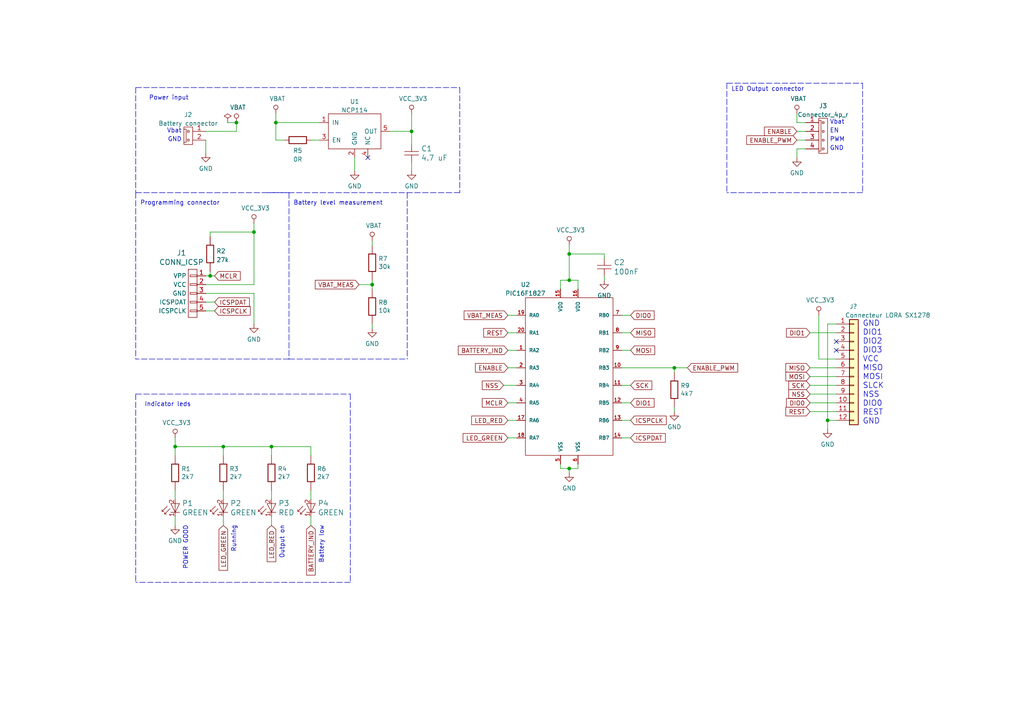
<source format=kicad_sch>
(kicad_sch (version 20211123) (generator eeschema)
  (paper "A4")
  (title_block (title "Lampe Solaire petite") (date "2020-09-26") (rev "r10") (company "ESN") (comment 1 "Esseiva Nicolas") (comment 2 "Lampe solaire commandée par un récepteur RF"))
  (lib_symbols
    (symbol "0ESN_Lib:Connector_2p" (pin_names (offset 1.016) hide)
      (property "Reference" "J" (at 0 3.81 0))
      (property "Value" "Connector_2p" (at -2.54 0 90))
      (symbol "Connector_2p_0_1"
        (rectangle (start -1.27 2.54) (end 1.27 -2.54))
        (polyline (pts (xy -0.635 1.905) (xy -1.27 1.905)) (stroke (width 0.1524)))
        (polyline (pts (xy -1.27 -1.905) (xy -0.635 -1.905) (xy -0.635 1.905)) (stroke (width 0.1524)))
        (rectangle (start 0.254 -1.016) (end -0.254 -1.524) (stroke (width 0.1524)))
        (rectangle (start 0.254 1.524) (end -0.254 1.016) (stroke (width 0.1524)))
      )
      (symbol "Connector_2p_1_1"
        (pin passive line (at 5.08 1.27 180) (length 3.81) (name "P1") (number "1"))
        (pin passive line (at 5.08 -1.27 180) (length 3.81) (name "P2") (number "2"))
      )
    )
    (symbol "0ESN_Lib:Connector_4p_r" (pin_names (offset 1.016) hide)
      (property "Reference" "J" (at 0 6.35 0))
      (property "Value" "Connector_4p_r" (at -2.54 2.54 90))
      (symbol "Connector_4p_r_0_1"
        (rectangle (start -1.27 5.08) (end 1.27 -5.08))
        (polyline (pts (xy -0.635 4.445) (xy -1.27 4.445)) (stroke (width 0.1524)))
        (polyline (pts (xy -1.27 -4.445) (xy -0.635 -4.445) (xy -0.635 4.445)) (stroke (width 0.1524)))
        (rectangle (start 0.254 -3.556) (end -0.254 -4.064) (stroke (width 0.1524)))
        (rectangle (start 0.254 -1.016) (end -0.254 -1.524) (stroke (width 0.1524)))
        (rectangle (start 0.254 1.524) (end -0.254 1.016) (stroke (width 0.1524)))
        (rectangle (start 0.254 4.064) (end -0.254 3.556) (stroke (width 0.1524)))
      )
      (symbol "Connector_4p_r_1_1"
        (pin passive line (at -5.08 3.81 0) (length 3.81) (name "P1") (number "1"))
        (pin passive line (at -5.08 1.27 0) (length 3.81) (name "P2") (number "2"))
        (pin passive line (at -5.08 -1.27 0) (length 3.81) (name "P3") (number "3"))
        (pin passive line (at -5.08 -3.81 0) (length 3.81) (name "P4") (number "4"))
      )
    )
    (symbol "0ESN_Lib:NCP114" (pin_names (offset 1.016))
      (property "Reference" "U" (at 5.08 8.89 0))
      (property "Value" "NCP114" (at 5.08 6.35 0))
      (symbol "NCP114_0_1"
        (rectangle (start -7.62 5.08) (end 7.62 -5.08))
      )
      (symbol "NCP114_1_1"
        (pin power_in line (at -10.16 2.54 0) (length 2.54) (name "IN") (number "1"))
        (pin power_in line (at 0 -7.62 90) (length 2.54) (name "GND") (number "2"))
        (pin input line (at -10.16 -2.54 0) (length 2.54) (name "EN") (number "3"))
        (pin passive line (at 3.81 -7.62 90) (length 2.54) (name "NC") (number "4"))
        (pin power_out line (at 10.16 0 180) (length 2.54) (name "OUT") (number "5"))
      )
    )
    (symbol "Connector_Generic:Conn_01x12" (pin_names (offset 1.016) hide)
      (property "Reference" "J" (at 0 15.24 0))
      (property "Value" "Conn_01x12" (at 0 -17.78 0))
      (symbol "Conn_01x12_1_1"
        (rectangle (start -1.27 -15.113) (end 0 -15.367) (stroke (width 0.1524)))
        (rectangle (start -1.27 -12.573) (end 0 -12.827) (stroke (width 0.1524)))
        (rectangle (start -1.27 -10.033) (end 0 -10.287) (stroke (width 0.1524)))
        (rectangle (start -1.27 -7.493) (end 0 -7.747) (stroke (width 0.1524)))
        (rectangle (start -1.27 -4.953) (end 0 -5.207) (stroke (width 0.1524)))
        (rectangle (start -1.27 -2.413) (end 0 -2.667) (stroke (width 0.1524)))
        (rectangle (start -1.27 0.127) (end 0 -0.127) (stroke (width 0.1524)))
        (rectangle (start -1.27 2.667) (end 0 2.413) (stroke (width 0.1524)))
        (rectangle (start -1.27 5.207) (end 0 4.953) (stroke (width 0.1524)))
        (rectangle (start -1.27 7.747) (end 0 7.493) (stroke (width 0.1524)))
        (rectangle (start -1.27 10.287) (end 0 10.033) (stroke (width 0.1524)))
        (rectangle (start -1.27 12.827) (end 0 12.573) (stroke (width 0.1524)))
        (rectangle (start -1.27 13.97) (end 1.27 -16.51) (stroke (width 0.254)) (fill (type background)))
        (pin passive line (at -5.08 12.7 0) (length 3.81) (name "Pin_1") (number "1"))
        (pin passive line (at -5.08 -10.16 0) (length 3.81) (name "Pin_10") (number "10"))
        (pin passive line (at -5.08 -12.7 0) (length 3.81) (name "Pin_11") (number "11"))
        (pin passive line (at -5.08 -15.24 0) (length 3.81) (name "Pin_12") (number "12"))
        (pin passive line (at -5.08 10.16 0) (length 3.81) (name "Pin_2") (number "2"))
        (pin passive line (at -5.08 7.62 0) (length 3.81) (name "Pin_3") (number "3"))
        (pin passive line (at -5.08 5.08 0) (length 3.81) (name "Pin_4") (number "4"))
        (pin passive line (at -5.08 2.54 0) (length 3.81) (name "Pin_5") (number "5"))
        (pin passive line (at -5.08 0 0) (length 3.81) (name "Pin_6") (number "6"))
        (pin passive line (at -5.08 -2.54 0) (length 3.81) (name "Pin_7") (number "7"))
        (pin passive line (at -5.08 -5.08 0) (length 3.81) (name "Pin_8") (number "8"))
        (pin passive line (at -5.08 -7.62 0) (length 3.81) (name "Pin_9") (number "9"))
      )
    )
    (symbol "Device:R" (pin_numbers hide) (pin_names (offset 0))
      (property "Reference" "R" (at 2.032 0 90))
      (property "Value" "R" (at 0 0 90))
      (symbol "R_0_1"
        (rectangle (start -1.016 -2.54) (end 1.016 2.54) (stroke (width 0.254)))
      )
      (symbol "R_1_1"
        (pin passive line (at 0 3.81 270) (length 1.27) (name "~") (number "1"))
        (pin passive line (at 0 -3.81 90) (length 1.27) (name "~") (number "2"))
      )
    )
    (symbol "LampeSolaire2-rescue:CAPA-0EsseivaN_Lib" (pin_numbers hide) (pin_names (offset 1.016) hide)
      (property "Reference" "C" (at 0 3.81 0))
      (property "Value" "CAPA-0EsseivaN_Lib" (at 0 -3.81 0))
      (symbol "CAPA-0EsseivaN_Lib_0_1"
        (polyline (pts (xy -0.508 0) (xy -1.27 0)))
        (polyline (pts (xy -0.508 2.032) (xy -0.508 -2.032)))
        (polyline (pts (xy 0.508 0) (xy 1.27 0)))
        (polyline (pts (xy 0.508 2.032) (xy 0.508 -2.032)))
      )
      (symbol "CAPA-0EsseivaN_Lib_1_1"
        (pin passive line (at -2.54 0 0) (length 1.27) (name "~") (number "1"))
        (pin passive line (at 2.54 0 180) (length 1.27) (name "~") (number "2"))
      )
    )
    (symbol "LampeSolaire2-rescue:CONN_ICSP-0EsseivaN_Lib" (pin_names (offset 3.048))
      (property "Reference" "X" (at 3.81 15.24 0))
      (property "Value" "CONN_ICSP-0EsseivaN_Lib" (at 3.81 12.7 0))
      (symbol "CONN_ICSP-0EsseivaN_Lib_0_0"
        (rectangle (start 5.08 -1.016) (end 3.048 -1.524))
        (rectangle (start 5.08 1.524) (end 3.048 1.016))
        (rectangle (start 5.08 4.064) (end 3.048 3.556))
        (rectangle (start 5.08 6.604) (end 3.048 6.096))
        (rectangle (start 5.08 9.144) (end 3.048 8.636))
        (rectangle (start 5.08 10.795) (end 2.54 -3.175))
      )
      (symbol "CONN_ICSP-0EsseivaN_Lib_1_1"
        (pin output line (at 7.62 8.89 180) (length 2.54) (name "VPP") (number "1"))
        (pin power_out line (at 7.62 6.35 180) (length 2.54) (name "VCC") (number "2"))
        (pin power_out line (at 7.62 3.81 180) (length 2.54) (name "GND") (number "3"))
        (pin bidirectional line (at 7.62 1.27 180) (length 2.54) (name "ICSPDAT") (number "4"))
        (pin bidirectional line (at 7.62 -1.27 180) (length 2.54) (name "ICSPCLK") (number "5"))
      )
    )
    (symbol "LampeSolaire2-rescue:LED-0EsseivaN_Lib" (pin_names (offset 0) hide)
      (property "Reference" "P" (at -1.016 5.842 0))
      (property "Value" "LED-0EsseivaN_Lib" (at -1.27 3.81 0))
      (symbol "LED-0EsseivaN_Lib_0_0"
        (polyline (pts (xy -1.27 0) (xy 1.27 0)))
        (polyline (pts (xy -0.508 -2.286) (xy 1.016 -3.81)))
        (polyline (pts (xy 0.254 -1.524) (xy 1.778 -3.048)))
        (polyline (pts (xy 1.27 1.27) (xy 1.27 -1.27)))
        (polyline (pts (xy 1.016 -3.302) (xy 1.016 -3.81) (xy 0.508 -3.81)))
        (polyline (pts (xy 1.778 -2.54) (xy 1.778 -3.048) (xy 1.27 -3.048)))
        (polyline (pts (xy -1.27 1.27) (xy -1.27 -1.27) (xy 1.27 0) (xy -1.27 1.27)))
      )
      (symbol "LED-0EsseivaN_Lib_1_1"
        (pin passive line (at 2.54 0 180) (length 1.27) (name "Cathode") (number "1"))
        (pin passive line (at -2.54 0 0) (length 1.27) (name "Anode") (number "2"))
      )
    )
    (symbol "LampeSolaire2-rescue:PIC16F1827_20-0EsseivaN_Lib" (pin_names (offset 1.016))
      (property "Reference" "U" (at -15.24 26.67 0))
      (property "Value" "PIC16F1827_20-0EsseivaN_Lib" (at -19.05 24.13 0))
      (symbol "PIC16F1827_20-0EsseivaN_Lib_0_0"
        (pin bidirectional line (at -15.24 7.62 0) (length 2.54) (name "RA2") (number "1"))
        (pin bidirectional line (at 15.24 2.54 180) (length 2.54) (name "RB3") (number "10"))
        (pin bidirectional line (at 15.24 -2.54 180) (length 2.54) (name "RB4") (number "11"))
        (pin bidirectional line (at 15.24 -7.62 180) (length 2.54) (name "RB5") (number "12"))
        (pin bidirectional line (at 15.24 -12.7 180) (length 2.54) (name "RB6") (number "13"))
        (pin bidirectional line (at 15.24 -17.78 180) (length 2.54) (name "RB7") (number "14"))
        (pin power_in line (at -2.54 25.4 270) (length 2.54) (name "VDD") (number "15"))
        (pin power_in line (at 2.54 25.4 270) (length 2.54) (name "VDD") (number "16"))
        (pin bidirectional line (at -15.24 -12.7 0) (length 2.54) (name "RA6") (number "17"))
        (pin bidirectional line (at -15.24 -17.78 0) (length 2.54) (name "RA7") (number "18"))
        (pin bidirectional line (at -15.24 17.78 0) (length 2.54) (name "RA0") (number "19"))
        (pin bidirectional line (at -15.24 2.54 0) (length 2.54) (name "RA3") (number "2"))
        (pin bidirectional line (at -15.24 12.7 0) (length 2.54) (name "RA1") (number "20"))
        (pin bidirectional line (at -15.24 -2.54 0) (length 2.54) (name "RA4") (number "3"))
        (pin bidirectional line (at -15.24 -7.62 0) (length 2.54) (name "RA5") (number "4"))
        (pin power_in line (at -2.54 -25.4 90) (length 2.54) (name "VSS") (number "5"))
        (pin bidirectional line (at 15.24 12.7 180) (length 2.54) (name "RB1") (number "8"))
        (pin bidirectional line (at 15.24 7.62 180) (length 2.54) (name "RB2") (number "9"))
      )
      (symbol "PIC16F1827_20-0EsseivaN_Lib_0_1"
        (rectangle (start -12.7 22.86) (end 12.7 -22.86))
      )
      (symbol "PIC16F1827_20-0EsseivaN_Lib_1_0"
        (pin bidirectional line (at 15.24 17.78 180) (length 2.54) (name "RB0") (number "7"))
      )
      (symbol "PIC16F1827_20-0EsseivaN_Lib_1_1"
        (pin power_in line (at 2.54 -25.4 90) (length 2.54) (name "VSS") (number "6"))
      )
    )
    (symbol "LampeSolaire2-rescue:PWR_FLAG-power-0EsseivaN_Lib" (power) (pin_numbers hide) (pin_names (offset 0) hide)
      (symbol "PWR_FLAG-power-0EsseivaN_Lib_0_0"
        (pin power_out line (at 0 0 90) (length 0) (name "pwr") (number "1"))
      )
      (symbol "PWR_FLAG-power-0EsseivaN_Lib_0_1"
        (polyline (pts (xy 0 0) (xy 0 1.27) (xy -1.016 1.905) (xy 0 2.54) (xy 1.016 1.905) (xy 0 1.27)))
      )
    )
    (symbol "LampeSolaire2-rescue:R-0EsseivaN_Lib" (pin_numbers hide) (pin_names (offset 0))
      (property "Reference" "R" (at 2.032 0 90))
      (property "Value" "R-0EsseivaN_Lib" (at 0 0 90))
      (symbol "R-0EsseivaN_Lib_0_1"
        (rectangle (start -1.016 -2.54) (end 1.016 2.54) (stroke (width 0.254)))
      )
      (symbol "R-0EsseivaN_Lib_1_1"
        (pin passive line (at 0 5.08 270) (length 2.54) (name "~") (number "1"))
        (pin passive line (at 0 -5.08 90) (length 2.54) (name "~") (number "2"))
      )
    )
    (symbol "LampeSolaire2-rescue:VBAT-0EsseivaN_Lib" (power) (pin_names (offset 0))
      (property "Value" "VBAT-0EsseivaN_Lib" (at 0 3.81 0))
      (symbol "VBAT-0EsseivaN_Lib_0_1"
        (polyline (pts (xy 0 0) (xy 0 1.27)))
        (circle (center 0 1.905) (radius 0.635))
      )
      (symbol "VBAT-0EsseivaN_Lib_1_1"
        (pin power_in line (at 0 0 90) (length 0) hide (name "VBAT") (number "1"))
      )
    )
    (symbol "LampeSolaire2-rescue:VCC_3V3-0EsseivaN_Lib" (power) (pin_names (offset 0))
      (property "Value" "VCC_3V3-0EsseivaN_Lib" (at 0 3.81 0))
      (symbol "VCC_3V3-0EsseivaN_Lib_0_1"
        (polyline (pts (xy 0 0) (xy 0 1.27)))
        (circle (center 0 1.905) (radius 0.635))
      )
      (symbol "VCC_3V3-0EsseivaN_Lib_1_1"
        (pin power_in line (at 0 0 90) (length 0) hide (name "VCC_3V3") (number "1"))
      )
    )
    (symbol "power:GND" (power) (pin_names (offset 0))
      (property "Value" "GND" (at 0 -3.81 0))
      (symbol "GND_0_1"
        (polyline (pts (xy 0 0) (xy 0 -1.27) (xy 1.27 -1.27) (xy 0 -2.54) (xy -1.27 -1.27) (xy 0 -1.27)))
      )
      (symbol "GND_1_1"
        (pin power_in line (at 0 0 270) (length 0) hide (name "GND") (number "1"))
      )
    )
  )
  (junction (at 73.66 67.31))
  (junction (at 68.58 35.56))
  (junction (at 50.8 129.54))
  (junction (at 165.1 135.89))
  (junction (at 119.38 38.1))
  (junction (at 165.1 81.28))
  (junction (at 240.03 121.92))
  (junction (at 107.95 82.55))
  (junction (at 80.01 35.56))
  (junction (at 195.58 106.68))
  (junction (at 165.1 73.66))
  (junction (at 64.77 129.54))
  (junction (at 78.74 129.54))
  (junction (at 60.96 80.01))
  (no_connect (at 242.57 99.06))
  (no_connect (at 242.57 101.6))
  (no_connect (at 106.68 45.72))
  (wire (pts (xy 59.69 80.01) (xy 60.96 80.01)))
  (polyline (pts (xy 83.82 104.14) (xy 118.11 104.14)))
  (wire (pts (xy 119.38 33.02) (xy 119.38 38.1)))
  (wire (pts (xy 242.57 93.98) (xy 240.03 93.98)))
  (polyline (pts (xy 250.19 24.13) (xy 250.19 55.88)))
  (wire (pts (xy 180.34 101.6) (xy 182.88 101.6)))
  (polyline (pts (xy 39.37 25.4) (xy 39.37 55.88)))
  (wire (pts (xy 147.32 121.92) (xy 149.86 121.92)))
  (wire (pts (xy 64.77 142.24) (xy 64.77 144.78)))
  (wire (pts (xy 107.95 93.98) (xy 107.95 95.25)))
  (wire (pts (xy 50.8 142.24) (xy 50.8 144.78)))
  (wire (pts (xy 165.1 71.12) (xy 165.1 73.66)))
  (wire (pts (xy 162.56 83.82) (xy 162.56 81.28)))
  (polyline (pts (xy 83.82 55.88) (xy 83.82 55.88)))
  (wire (pts (xy 107.95 82.55) (xy 107.95 83.82)))
  (wire (pts (xy 50.8 127) (xy 50.8 129.54)))
  (polyline (pts (xy 250.19 55.88) (xy 210.82 55.88)))
  (wire (pts (xy 231.14 40.64) (xy 233.68 40.64)))
  (polyline (pts (xy 83.82 55.88) (xy 83.82 104.14)))
  (wire (pts (xy 60.96 78.74) (xy 60.96 80.01)))
  (polyline (pts (xy 39.37 114.3) (xy 39.37 168.91)))
  (wire (pts (xy 195.58 106.68) (xy 199.39 106.68)))
  (wire (pts (xy 147.32 106.68) (xy 149.86 106.68)))
  (wire (pts (xy 175.26 81.28) (xy 175.26 80.01)))
  (polyline (pts (xy 210.82 24.13) (xy 210.82 55.88)))
  (polyline (pts (xy 118.11 55.88) (xy 118.11 104.14)))
  (wire (pts (xy 90.17 40.64) (xy 92.71 40.64)))
  (wire (pts (xy 180.34 96.52) (xy 182.88 96.52)))
  (wire (pts (xy 165.1 81.28) (xy 165.1 73.66)))
  (polyline (pts (xy 39.37 25.4) (xy 133.35 25.4)))
  (wire (pts (xy 240.03 93.98) (xy 240.03 121.92)))
  (wire (pts (xy 119.38 46.99) (xy 119.38 49.53)))
  (wire (pts (xy 107.95 82.55) (xy 104.14 82.55)))
  (wire (pts (xy 180.34 116.84) (xy 182.88 116.84)))
  (wire (pts (xy 60.96 80.01) (xy 62.23 80.01)))
  (wire (pts (xy 167.64 135.89) (xy 167.64 134.62)))
  (polyline (pts (xy 39.37 55.88) (xy 39.37 104.14)))
  (wire (pts (xy 180.34 121.92) (xy 182.88 121.92)))
  (polyline (pts (xy 101.6 114.3) (xy 101.6 168.91)))
  (wire (pts (xy 59.69 82.55) (xy 73.66 82.55)))
  (polyline (pts (xy 101.6 168.91) (xy 39.37 168.91)))
  (wire (pts (xy 80.01 35.56) (xy 80.01 40.64)))
  (wire (pts (xy 60.96 67.31) (xy 73.66 67.31)))
  (wire (pts (xy 59.69 90.17) (xy 62.23 90.17)))
  (polyline (pts (xy 210.82 24.13) (xy 250.19 24.13)))
  (wire (pts (xy 68.58 38.1) (xy 68.58 35.56)))
  (wire (pts (xy 231.14 33.02) (xy 231.14 35.56)))
  (wire (pts (xy 175.26 73.66) (xy 165.1 73.66)))
  (wire (pts (xy 234.95 96.52) (xy 242.57 96.52)))
  (wire (pts (xy 73.66 85.09) (xy 73.66 93.98)))
  (wire (pts (xy 80.01 35.56) (xy 92.71 35.56)))
  (wire (pts (xy 231.14 43.18) (xy 231.14 45.72)))
  (polyline (pts (xy 83.82 104.14) (xy 39.37 104.14)))
  (wire (pts (xy 78.74 149.86) (xy 78.74 152.4)))
  (wire (pts (xy 102.87 45.72) (xy 102.87 49.53)))
  (wire (pts (xy 180.34 106.68) (xy 195.58 106.68)))
  (wire (pts (xy 64.77 129.54) (xy 64.77 132.08)))
  (wire (pts (xy 237.49 91.44) (xy 237.49 104.14)))
  (wire (pts (xy 234.95 111.76) (xy 242.57 111.76)))
  (wire (pts (xy 240.03 121.92) (xy 242.57 121.92)))
  (wire (pts (xy 195.58 119.38) (xy 195.58 118.11)))
  (wire (pts (xy 234.95 109.22) (xy 242.57 109.22)))
  (wire (pts (xy 113.03 38.1) (xy 119.38 38.1)))
  (wire (pts (xy 50.8 149.86) (xy 50.8 152.4)))
  (wire (pts (xy 119.38 38.1) (xy 119.38 41.91)))
  (wire (pts (xy 175.26 73.66) (xy 175.26 74.93)))
  (wire (pts (xy 90.17 129.54) (xy 90.17 132.08)))
  (wire (pts (xy 50.8 129.54) (xy 64.77 129.54)))
  (wire (pts (xy 59.69 38.1) (xy 68.58 38.1)))
  (wire (pts (xy 90.17 149.86) (xy 90.17 152.4)))
  (wire (pts (xy 234.95 116.84) (xy 242.57 116.84)))
  (wire (pts (xy 59.69 87.63) (xy 62.23 87.63)))
  (wire (pts (xy 234.95 106.68) (xy 242.57 106.68)))
  (wire (pts (xy 64.77 129.54) (xy 78.74 129.54)))
  (wire (pts (xy 64.77 149.86) (xy 64.77 152.4)))
  (wire (pts (xy 80.01 33.02) (xy 80.01 35.56)))
  (wire (pts (xy 60.96 68.58) (xy 60.96 67.31)))
  (wire (pts (xy 78.74 129.54) (xy 78.74 132.08)))
  (wire (pts (xy 147.32 101.6) (xy 149.86 101.6)))
  (wire (pts (xy 167.64 81.28) (xy 167.64 83.82)))
  (wire (pts (xy 73.66 67.31) (xy 73.66 82.55)))
  (polyline (pts (xy 39.37 55.88) (xy 83.82 55.88)))
  (wire (pts (xy 107.95 81.28) (xy 107.95 82.55)))
  (wire (pts (xy 146.05 111.76) (xy 149.86 111.76)))
  (wire (pts (xy 180.34 91.44) (xy 182.88 91.44)))
  (wire (pts (xy 59.69 40.64) (xy 59.69 44.45)))
  (wire (pts (xy 162.56 81.28) (xy 165.1 81.28)))
  (wire (pts (xy 165.1 135.89) (xy 167.64 135.89)))
  (wire (pts (xy 233.68 43.18) (xy 231.14 43.18)))
  (wire (pts (xy 90.17 142.24) (xy 90.17 144.78)))
  (wire (pts (xy 78.74 129.54) (xy 90.17 129.54)))
  (wire (pts (xy 162.56 135.89) (xy 165.1 135.89)))
  (wire (pts (xy 66.04 35.56) (xy 68.58 35.56)))
  (wire (pts (xy 78.74 142.24) (xy 78.74 144.78)))
  (wire (pts (xy 234.95 114.3) (xy 242.57 114.3)))
  (wire (pts (xy 147.32 127) (xy 149.86 127)))
  (wire (pts (xy 50.8 129.54) (xy 50.8 132.08)))
  (wire (pts (xy 147.32 91.44) (xy 149.86 91.44)))
  (wire (pts (xy 59.69 85.09) (xy 73.66 85.09)))
  (wire (pts (xy 165.1 137.16) (xy 165.1 135.89)))
  (wire (pts (xy 195.58 107.95) (xy 195.58 106.68)))
  (polyline (pts (xy 133.35 55.88) (xy 77.47 55.88)))
  (wire (pts (xy 165.1 81.28) (xy 167.64 81.28)))
  (wire (pts (xy 240.03 121.92) (xy 240.03 124.46)))
  (wire (pts (xy 162.56 134.62) (xy 162.56 135.89)))
  (polyline (pts (xy 133.35 25.4) (xy 133.35 55.88)))
  (wire (pts (xy 180.34 127) (xy 182.88 127)))
  (wire (pts (xy 231.14 35.56) (xy 233.68 35.56)))
  (wire (pts (xy 80.01 40.64) (xy 82.55 40.64)))
  (wire (pts (xy 73.66 64.77) (xy 73.66 67.31)))
  (wire (pts (xy 147.32 116.84) (xy 149.86 116.84)))
  (wire (pts (xy 231.14 38.1) (xy 233.68 38.1)))
  (wire (pts (xy 242.57 104.14) (xy 237.49 104.14)))
  (polyline (pts (xy 39.37 114.3) (xy 101.6 114.3)))
  (wire (pts (xy 234.95 119.38) (xy 242.57 119.38)))
  (wire (pts (xy 180.34 111.76) (xy 182.88 111.76)))
  (wire (pts (xy 147.32 96.52) (xy 149.86 96.52)))
  (wire (pts (xy 107.95 71.12) (xy 107.95 69.85)))
  (text "POWER GOOD" (at 54.61 152.4 270) (effects (font (size 1.27 1.27)) (justify right bottom)))
  (text "Vbat" (at 52.705 38.735 180) (effects (font (size 1.27 1.27)) (justify right bottom)))
  (text "Output on" (at 82.55 152.4 270) (effects (font (size 1.27 1.27)) (justify right bottom)))
  (text "Power input" (at 43.18 29.21 0) (effects (font (size 1.27 1.27)) (justify left bottom)))
  (text "PWM" (at 240.665 41.275 0) (effects (font (size 1.27 1.27)) (justify left bottom)))
  (text "GND" (at 240.665 43.815 0) (effects (font (size 1.27 1.27)) (justify left bottom)))
  (text "EN" (at 240.665 38.735 0) (effects (font (size 1.27 1.27)) (justify left bottom)))
  (text "Vbat" (at 240.665 36.195 0) (effects (font (size 1.27 1.27)) (justify left bottom)))
  (text "GND\nDIO1\nDIO2\nDIO3\nVCC\nMISO\nMOSI\nSLCK\nNSS\nDIO0\nREST\nGND" (at 250.19 123.19 0) (effects (font (size 1.6 1.6)) (justify left bottom)))
  (text "Battery low" (at 93.98 152.4 270) (effects (font (size 1.27 1.27)) (justify right bottom)))
  (text "Battery level measurement" (at 85.09 59.69 0) (effects (font (size 1.27 1.27)) (justify left bottom)))
  (text "GND" (at 52.705 41.275 180) (effects (font (size 1.27 1.27)) (justify right bottom)))
  (text "Programming connector" (at 40.64 59.69 0) (effects (font (size 1.27 1.27)) (justify left bottom)))
  (text "LED Output connector" (at 212.09 26.67 0) (effects (font (size 1.27 1.27)) (justify left bottom)))
  (text "Indicator leds" (at 41.91 118.11 0) (effects (font (size 1.27 1.27)) (justify left bottom)))
  (text "Running" (at 68.58 152.4 270) (effects (font (size 1.27 1.27)) (justify right bottom)))
  (global_label "REST" (shape input) (at 234.95 119.38 180) (property "Intersheet References" "${INTERSHEET_REFS}" (effects hide)))
  (global_label "LED_RED" (shape input) (at 147.32 121.92 180) (property "Intersheet References" "${INTERSHEET_REFS}" (effects hide)))
  (global_label "NSS" (shape input) (at 146.05 111.76 180) (property "Intersheet References" "${INTERSHEET_REFS}" (effects hide)))
  (global_label "ENABLE" (shape input) (at 147.32 106.68 180) (property "Intersheet References" "${INTERSHEET_REFS}" (effects hide)))
  (global_label "BATTERY_IND" (shape input) (at 90.17 152.4 270) (property "Intersheet References" "${INTERSHEET_REFS}" (effects hide)))
  (global_label "MISO" (shape input) (at 182.88 96.52 0) (property "Intersheet References" "${INTERSHEET_REFS}" (effects hide)))
  (global_label "ICSPDAT" (shape input) (at 62.23 87.63 0) (property "Intersheet References" "${INTERSHEET_REFS}" (effects hide)))
  (global_label "LED_GREEN" (shape input) (at 147.32 127 180) (property "Intersheet References" "${INTERSHEET_REFS}" (effects hide)))
  (global_label "NSS" (shape input) (at 234.95 114.3 180) (property "Intersheet References" "${INTERSHEET_REFS}" (effects hide)))
  (global_label "REST" (shape input) (at 147.32 96.52 180) (property "Intersheet References" "${INTERSHEET_REFS}" (effects hide)))
  (global_label "DIO0" (shape input) (at 182.88 91.44 0) (property "Intersheet References" "${INTERSHEET_REFS}" (effects hide)))
  (global_label "SCK" (shape input) (at 182.88 111.76 0) (property "Intersheet References" "${INTERSHEET_REFS}" (effects hide)))
  (global_label "ICSPCLK" (shape input) (at 182.88 121.92 0) (property "Intersheet References" "${INTERSHEET_REFS}" (effects hide)))
  (global_label "LED_GREEN" (shape input) (at 64.77 152.4 270) (property "Intersheet References" "${INTERSHEET_REFS}" (effects hide)))
  (global_label "LED_RED" (shape input) (at 78.74 152.4 270) (property "Intersheet References" "${INTERSHEET_REFS}" (effects hide)))
  (global_label "MOSI" (shape input) (at 234.95 109.22 180) (property "Intersheet References" "${INTERSHEET_REFS}" (effects hide)))
  (global_label "DIO1" (shape input) (at 234.95 96.52 180) (property "Intersheet References" "${INTERSHEET_REFS}" (effects hide)))
  (global_label "ENABLE" (shape input) (at 231.14 38.1 180) (property "Intersheet References" "${INTERSHEET_REFS}" (effects hide)))
  (global_label "DIO1" (shape input) (at 182.88 116.84 0) (property "Intersheet References" "${INTERSHEET_REFS}" (effects hide)))
  (global_label "MCLR" (shape input) (at 147.32 116.84 180) (property "Intersheet References" "${INTERSHEET_REFS}" (effects hide)))
  (global_label "SCK" (shape input) (at 234.95 111.76 180) (property "Intersheet References" "${INTERSHEET_REFS}" (effects hide)))
  (global_label "ICSPCLK" (shape input) (at 62.23 90.17 0) (property "Intersheet References" "${INTERSHEET_REFS}" (effects hide)))
  (global_label "MCLR" (shape input) (at 62.23 80.01 0) (property "Intersheet References" "${INTERSHEET_REFS}" (effects hide)))
  (global_label "ICSPDAT" (shape input) (at 182.88 127 0) (property "Intersheet References" "${INTERSHEET_REFS}" (effects hide)))
  (global_label "MISO" (shape input) (at 234.95 106.68 180) (property "Intersheet References" "${INTERSHEET_REFS}" (effects hide)))
  (global_label "BATTERY_IND" (shape input) (at 147.32 101.6 180) (property "Intersheet References" "${INTERSHEET_REFS}" (effects hide)))
  (global_label "MOSI" (shape input) (at 182.88 101.6 0) (property "Intersheet References" "${INTERSHEET_REFS}" (effects hide)))
  (global_label "VBAT_MEAS" (shape input) (at 147.32 91.44 180) (property "Intersheet References" "${INTERSHEET_REFS}" (effects hide)))
  (global_label "DIO0" (shape input) (at 234.95 116.84 180) (property "Intersheet References" "${INTERSHEET_REFS}" (effects hide)))
  (global_label "ENABLE_PWM" (shape input) (at 199.39 106.68 0) (property "Intersheet References" "${INTERSHEET_REFS}" (effects hide)))
  (global_label "VBAT_MEAS" (shape input) (at 104.14 82.55 180) (property "Intersheet References" "${INTERSHEET_REFS}" (effects hide)))
  (global_label "ENABLE_PWM" (shape input) (at 231.14 40.64 180) (property "Intersheet References" "${INTERSHEET_REFS}" (effects hide)))
  (symbol (lib_id "LampeSolaire2-rescue:PIC16F1827_20-0EsseivaN_Lib") (at 165.1 109.22 0) (unit 1)
    (property "Reference" "U2" (at 152.4 82.55 0))
    (property "Value" "PIC16F1827" (at 152.4 85.09 0))
    (property "Footprint" "EsseivaN_Lib:SSOP-20_5.3x7.2mm_Pitch0.65mm" (effects hide))
    (property "Datasheet" "https://ww1.microchip.com/downloads/en/DeviceDoc/41391D.pdf" (effects hide))
  )
  (symbol (lib_id "LampeSolaire2-rescue:LED-0EsseivaN_Lib") (at 90.17 147.32 270) (unit 1)
    (property "Reference" "P4" (at 92.1512 145.9738 90) (effects (font (size 1.524 1.524)) (justify left)))
    (property "Value" "GREEN" (at 92.1512 148.6662 90) (effects (font (size 1.524 1.524)) (justify left)))
    (property "Footprint" "EsseivaN_Lib:D_0603_HandSoldering" (effects hide))
  )
  (symbol (lib_id "LampeSolaire2-rescue:R-0EsseivaN_Lib") (at 90.17 137.16 0) (unit 1)
    (property "Reference" "R6" (at 91.948 135.9916 0) (effects (justify left)))
    (property "Value" "2k7" (at 91.948 138.303 0) (effects (justify left)))
    (property "Footprint" "EsseivaN_Lib:R_0805_HandSoldering" (effects hide))
  )
  (symbol (lib_id "LampeSolaire2-rescue:CAPA-0EsseivaN_Lib") (at 175.26 77.47 270) (unit 1)
    (property "Reference" "C2" (at 178.0032 76.1238 90) (effects (font (size 1.524 1.524)) (justify left)))
    (property "Value" "100nF" (at 178.0032 78.8162 90) (effects (font (size 1.524 1.524)) (justify left)))
    (property "Footprint" "EsseivaN_Lib:C_0805_HandSoldering" (effects hide))
  )
  (symbol (lib_id "LampeSolaire2-rescue:VCC_3V3-0EsseivaN_Lib") (at 119.38 33.02 0) (unit 1)
    (property "Reference" "#PWR011" (effects hide))
    (property "Value" "VCC_3V3" (at 119.8118 28.6258 0))
  )
  (symbol (lib_id "LampeSolaire2-rescue:VBAT-0EsseivaN_Lib") (at 68.58 35.56 0) (unit 1)
    (property "Reference" "#PWR04" (effects hide))
    (property "Value" "VBAT" (at 69.0118 31.1658 0))
  )
  (symbol (lib_id "LampeSolaire2-rescue:LED-0EsseivaN_Lib") (at 78.74 147.32 270) (unit 1)
    (property "Reference" "P3" (at 80.7212 145.9738 90) (effects (font (size 1.524 1.524)) (justify left)))
    (property "Value" "RED" (at 80.7212 148.6662 90) (effects (font (size 1.524 1.524)) (justify left)))
    (property "Footprint" "EsseivaN_Lib:D_0603_HandSoldering" (effects hide))
  )
  (symbol (lib_id "LampeSolaire2-rescue:LED-0EsseivaN_Lib") (at 64.77 147.32 270) (unit 1)
    (property "Reference" "P2" (at 66.7512 145.9738 90) (effects (font (size 1.524 1.524)) (justify left)))
    (property "Value" "GREEN" (at 66.7512 148.6662 90) (effects (font (size 1.524 1.524)) (justify left)))
    (property "Footprint" "EsseivaN_Lib:D_0603_HandSoldering" (effects hide))
  )
  (symbol (lib_id "LampeSolaire2-rescue:R-0EsseivaN_Lib") (at 64.77 137.16 0) (unit 1)
    (property "Reference" "R3" (at 66.548 135.9916 0) (effects (justify left)))
    (property "Value" "2k7" (at 66.548 138.303 0) (effects (justify left)))
    (property "Footprint" "EsseivaN_Lib:R_0805_HandSoldering" (effects hide))
  )
  (symbol (lib_id "LampeSolaire2-rescue:VBAT-0EsseivaN_Lib") (at 107.95 69.85 0) (unit 1)
    (property "Reference" "#PWR09" (effects hide))
    (property "Value" "VBAT" (at 108.3818 65.4558 0))
  )
  (symbol (lib_id "LampeSolaire2-rescue:R-0EsseivaN_Lib") (at 107.95 76.2 0) (unit 1)
    (property "Reference" "R7" (at 109.728 75.0316 0) (effects (justify left)))
    (property "Value" "30k" (at 109.728 77.343 0) (effects (justify left)))
    (property "Footprint" "EsseivaN_Lib:R_0805_HandSoldering" (effects hide))
  )
  (symbol (lib_id "LampeSolaire2-rescue:R-0EsseivaN_Lib") (at 107.95 88.9 0) (unit 1)
    (property "Reference" "R8" (at 109.728 87.7316 0) (effects (justify left)))
    (property "Value" "10k" (at 109.728 90.043 0) (effects (justify left)))
    (property "Footprint" "EsseivaN_Lib:R_0805_HandSoldering" (effects hide))
  )
  (symbol (lib_id "LampeSolaire2-rescue:LED-0EsseivaN_Lib") (at 50.8 147.32 270) (unit 1)
    (property "Reference" "P1" (at 52.7812 145.9738 90) (effects (font (size 1.524 1.524)) (justify left)))
    (property "Value" "GREEN" (at 52.7812 148.6662 90) (effects (font (size 1.524 1.524)) (justify left)))
    (property "Footprint" "EsseivaN_Lib:D_0603_HandSoldering" (effects hide))
  )
  (symbol (lib_id "LampeSolaire2-rescue:R-0EsseivaN_Lib") (at 50.8 137.16 0) (unit 1)
    (property "Reference" "R1" (at 52.578 135.9916 0) (effects (justify left)))
    (property "Value" "2k7" (at 52.578 138.303 0) (effects (justify left)))
    (property "Footprint" "EsseivaN_Lib:R_0805_HandSoldering" (effects hide))
  )
  (symbol (lib_id "LampeSolaire2-rescue:R-0EsseivaN_Lib") (at 78.74 137.16 0) (unit 1)
    (property "Reference" "R4" (at 80.518 135.9916 0) (effects (justify left)))
    (property "Value" "2k7" (at 80.518 138.303 0) (effects (justify left)))
    (property "Footprint" "EsseivaN_Lib:R_0805_HandSoldering" (effects hide))
  )
  (symbol (lib_id "LampeSolaire2-rescue:CONN_ICSP-0EsseivaN_Lib") (at 52.07 88.9 0) (unit 1)
    (property "Reference" "J1" (at 52.6288 73.3552 0) (effects (font (size 1.524 1.524))))
    (property "Value" "CONN_ICSP" (at 52.6288 76.0476 0) (effects (font (size 1.524 1.524))))
    (property "Footprint" "EsseivaN_Lib:Pin_Header_Straight_1x05_Pitch2.54mm" (effects hide))
  )
  (symbol (lib_id "LampeSolaire2-rescue:R-0EsseivaN_Lib") (at 195.58 113.03 0) (unit 1)
    (property "Reference" "R9" (at 197.358 111.8616 0) (effects (justify left)))
    (property "Value" "4k7" (at 197.358 114.173 0) (effects (justify left)))
    (property "Footprint" "EsseivaN_Lib:R_0805_HandSoldering" (effects hide))
  )
  (symbol (lib_id "LampeSolaire2-rescue:VCC_3V3-0EsseivaN_Lib") (at 50.8 127 0) (unit 1)
    (property "Reference" "#PWR01" (effects hide))
    (property "Value" "VCC_3V3" (at 51.2318 122.6058 0))
  )
  (symbol (lib_id "LampeSolaire2-rescue:VCC_3V3-0EsseivaN_Lib") (at 73.66 64.77 0) (unit 1)
    (property "Reference" "#PWR05" (effects hide))
    (property "Value" "VCC_3V3" (at 74.0918 60.3758 0))
  )
  (symbol (lib_id "LampeSolaire2-rescue:R-0EsseivaN_Lib") (at 60.96 73.66 180) (unit 1)
    (property "Reference" "R2" (at 62.738 72.8253 0) (effects (justify right)))
    (property "Value" "27k" (at 62.738 75.3622 0) (effects (justify right)))
    (property "Footprint" "EsseivaN_Lib:R_0805_HandSoldering" (effects hide))
  )
  (symbol (lib_id "LampeSolaire2-rescue:VCC_3V3-0EsseivaN_Lib") (at 165.1 71.12 0) (unit 1)
    (property "Reference" "#PWR013" (effects hide))
    (property "Value" "VCC_3V3" (at 165.5318 66.7258 0))
  )
  (symbol (lib_id "LampeSolaire2-rescue:PWR_FLAG-power-0EsseivaN_Lib") (at 66.04 35.56 0) (unit 1)
    (property "Reference" "#FLG01" (effects hide))
    (property "Value" "PWR_FLAG-power" (effects hide))
  )
  (symbol (lib_id "power:GND") (at 175.26 81.28 0) (unit 1)
    (property "Reference" "#PWR015" (effects hide))
    (property "Value" "GND" (at 175.26 85.7234 0))
  )
  (symbol (lib_id "LampeSolaire2-rescue:VBAT-0EsseivaN_Lib") (at 80.01 33.02 0) (unit 1)
    (property "Reference" "#PWR07" (effects hide))
    (property "Value" "VBAT" (at 80.4418 28.6258 0))
  )
  (symbol (lib_id "Device:R") (at 86.36 40.64 90) (unit 1)
    (property "Reference" "R5" (at 86.36 43.6864 90))
    (property "Value" "0R" (at 86.36 46.2233 90))
  )
  (symbol (lib_id "0ESN_Lib:Connector_2p") (at 54.61 39.37 0) (unit 1)
    (property "Reference" "J2" (at 54.5719 33.2572 0))
    (property "Value" "Battery connector" (at 54.5719 35.7941 0))
    (property "Footprint" "0ESN_Lib:Connector_2p_m" (effects hide))
  )
  (symbol (lib_id "power:GND") (at 195.58 119.38 0) (unit 1)
    (property "Reference" "#PWR016" (effects hide))
    (property "Value" "GND" (at 195.58 123.8234 0))
  )
  (symbol (lib_id "power:GND") (at 240.03 124.46 0) (unit 1)
    (property "Reference" "#PWR?" (effects hide))
    (property "Value" "GND" (at 240.03 128.9034 0))
  )
  (symbol (lib_id "power:GND") (at 102.87 49.53 0) (unit 1)
    (property "Reference" "#PWR08" (effects hide))
    (property "Value" "GND" (at 102.87 53.9734 0))
  )
  (symbol (lib_id "power:GND") (at 119.38 49.53 0) (unit 1)
    (property "Reference" "#PWR012" (effects hide))
    (property "Value" "GND" (at 119.38 53.9734 0))
  )
  (symbol (lib_id "0ESN_Lib:Connector_4p_r") (at 238.76 39.37 0) (unit 1)
    (property "Reference" "J3" (at 238.7219 30.7172 0))
    (property "Value" "Connector_4p_r" (at 238.7219 33.2541 0))
    (property "Footprint" "0ESN_Lib:Connector_2p_m" (effects hide))
  )
  (symbol (lib_id "LampeSolaire2-rescue:CAPA-0EsseivaN_Lib") (at 119.38 44.45 270) (unit 1)
    (property "Reference" "C1" (at 122.1232 43.1038 90) (effects (font (size 1.524 1.524)) (justify left)))
    (property "Value" "4.7 uF" (at 122.1232 45.7962 90) (effects (font (size 1.524 1.524)) (justify left)))
    (property "Footprint" "EsseivaN_Lib:C_0805_HandSoldering" (effects hide))
  )
  (symbol (lib_id "power:GND") (at 73.66 93.98 0) (unit 1)
    (property "Reference" "#PWR06" (effects hide))
    (property "Value" "GND" (at 73.66 98.4234 0))
  )
  (symbol (lib_id "LampeSolaire2-rescue:VCC_3V3-0EsseivaN_Lib") (at 237.49 91.44 0) (unit 1)
    (property "Reference" "#PWR?" (effects hide))
    (property "Value" "VCC_3V3" (at 237.9218 87.0458 0))
  )
  (symbol (lib_id "power:GND") (at 50.8 152.4 0) (unit 1)
    (property "Reference" "#PWR02" (effects hide))
    (property "Value" "GND" (at 50.8 156.8434 0))
  )
  (symbol (lib_id "power:GND") (at 107.95 95.25 0) (unit 1)
    (property "Reference" "#PWR010" (effects hide))
    (property "Value" "GND" (at 107.95 99.6934 0))
  )
  (symbol (lib_id "power:GND") (at 231.14 45.72 0) (unit 1)
    (property "Reference" "#PWR018" (effects hide))
    (property "Value" "GND" (at 231.14 50.1634 0))
  )
  (symbol (lib_id "Connector_Generic:Conn_01x12") (at 247.65 106.68 0) (unit 1)
    (property "Reference" "J?" (at 246.38 88.9 0) (effects (justify left)))
    (property "Value" "Connecteur LORA SX1278" (at 245.11 91.44 0) (effects (justify left)))
    (property "Footprint" "Connector_PinHeader_1.27mm:PinHeader_1x12_P1.27mm_Vertical" (effects hide))
  )
  (symbol (lib_id "power:GND") (at 165.1 137.16 0) (unit 1)
    (property "Reference" "#PWR014" (effects hide))
    (property "Value" "GND" (at 165.1 141.6034 0))
  )
  (symbol (lib_id "0ESN_Lib:NCP114") (at 102.87 38.1 0) (unit 1)
    (property "Reference" "U1" (at 102.87 29.4472 0))
    (property "Value" "NCP114" (at 102.87 31.9841 0))
  )
  (symbol (lib_id "LampeSolaire2-rescue:VBAT-0EsseivaN_Lib") (at 231.14 33.02 0) (unit 1)
    (property "Reference" "#PWR017" (effects hide))
    (property "Value" "VBAT" (at 231.5718 28.6258 0))
  )
  (symbol (lib_id "power:GND") (at 59.69 44.45 0) (unit 1)
    (property "Reference" "#PWR03" (effects hide))
    (property "Value" "GND" (at 59.69 48.8934 0))
  )
)
</source>
